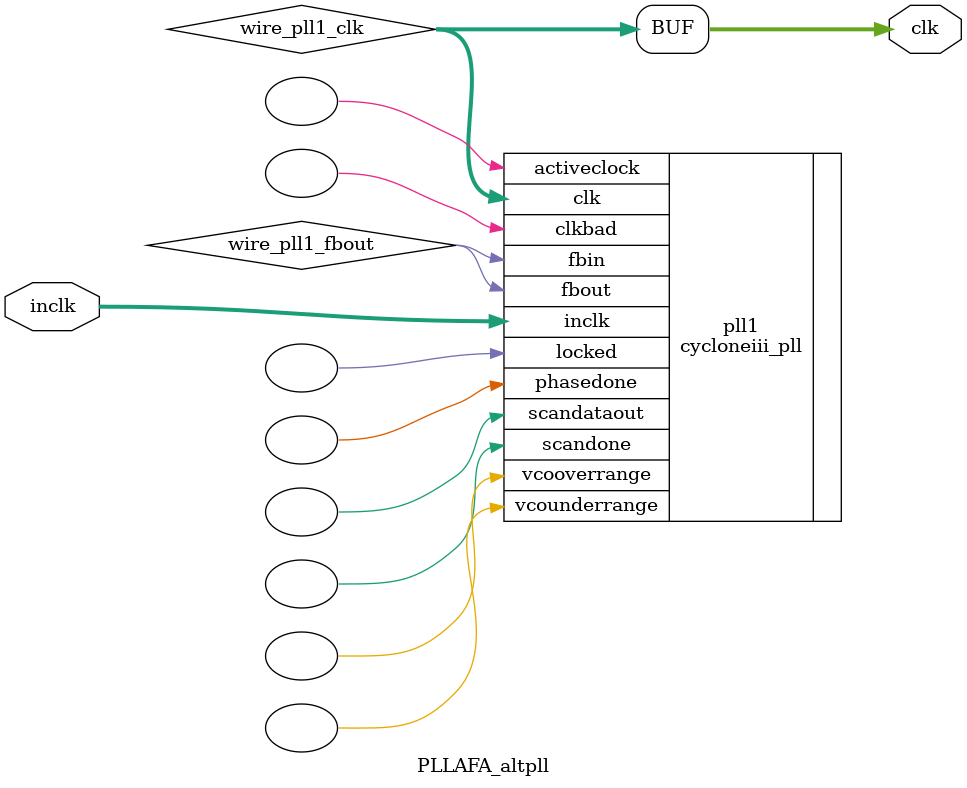
<source format=v>






//synthesis_resources = cycloneiii_pll 1 
//synopsys translate_off
`timescale 1 ps / 1 ps
//synopsys translate_on
module  PLLAFA_altpll
	( 
	clk,
	inclk) /* synthesis synthesis_clearbox=1 */;
	output   [4:0]  clk;
	input   [1:0]  inclk;

	wire  [4:0]   wire_pll1_clk;
	wire  wire_pll1_fbout;

	cycloneiii_pll   pll1
	( 
	.activeclock(),
	.clk(wire_pll1_clk),
	.clkbad(),
	.fbin(wire_pll1_fbout),
	.fbout(wire_pll1_fbout),
	.inclk(inclk),
	.locked(),
	.phasedone(),
	.scandataout(),
	.scandone(),
	.vcooverrange(),
	.vcounderrange()
	`ifdef FORMAL_VERIFICATION
	`else
	// synopsys translate_off
	`endif
	,
	.areset(1'b0),
	.clkswitch(1'b0),
	.configupdate(1'b0),
	.pfdena(1'b1),
	.phasecounterselect({3{1'b0}}),
	.phasestep(1'b0),
	.phaseupdown(1'b0),
	.scanclk(1'b0),
	.scanclkena(1'b1),
	.scandata(1'b0)
	`ifdef FORMAL_VERIFICATION
	`else
	// synopsys translate_on
	`endif
	);
	defparam
		pll1.bandwidth_type = "auto",
		pll1.clk0_divide_by = 4,
		pll1.clk0_duty_cycle = 50,
		pll1.clk0_multiply_by = 1,
		pll1.clk0_phase_shift = "0",
		pll1.clk1_divide_by = 2,
		pll1.clk1_duty_cycle = 50,
		pll1.clk1_multiply_by = 1,
		pll1.clk1_phase_shift = "0",
		pll1.clk2_divide_by = 1,
		pll1.clk2_duty_cycle = 50,
		pll1.clk2_multiply_by = 1,
		pll1.clk2_phase_shift = "0",
		pll1.clk3_divide_by = 1,
		pll1.clk3_duty_cycle = 50,
		pll1.clk3_multiply_by = 2,
		pll1.clk3_phase_shift = "0",
		pll1.compensate_clock = "clk0",
		pll1.inclk0_input_frequency = 17458,
		pll1.operation_mode = "normal",
		pll1.pll_type = "fast",
		pll1.lpm_type = "cycloneiii_pll";
	assign
		clk = wire_pll1_clk;
endmodule //PLLAFA_altpll
//VALID FILE

</source>
